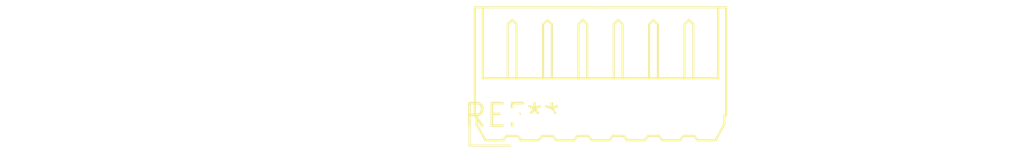
<source format=kicad_pcb>
(kicad_pcb (version 20240108) (generator pcbnew)
  (layers (0 "F.Cu" signal) (31 "B.Cu" signal) (34 "B.Paste" user) (35 "F.Paste" user) (36 "B.SilkS" user "B.Silkscreen") (37 "F.SilkS" user "F.Silkscreen") (38 "B.Mask" user) (39 "F.Mask" user) (44 "Edge.Cuts" user))
  (net 0 "")
  (footprint "Molex_Micro-Latch_53254-0670_1x06_P2.00mm_Horizontal" (layer "F.Cu") (at 0 0)
    (property "Reference" "REF**")
    (property "Value" "Molex_Micro-Latch_53254-0670_1x06_P2.00mm_Horizontal")
    (fp_line (start -2.41 1.71) (end -2.41 -0.59) (layer "F.SilkS") (stroke (width 0.12)))
    (fp_line (start -2.11 -6.11) (end 5 -6.11) (layer "F.SilkS") (stroke (width 0.12)))
    (fp_line (start -2.11 0) (end -2.11 -6.11) (layer "F.SilkS") (stroke (width 0.12)))
    (fp_line (start -2.01 0) (end -2.11 0) (layer "F.SilkS") (stroke (width 0.12)))
    (fp_line (start -2.01 0.5) (end -2.01 0) (layer "F.SilkS") (stroke (width 0.12)))
    (fp_line (start -1.66 -6.11) (end -1.66 -2.1) (layer "F.SilkS") (stroke (width 0.12)))
    (fp_line (start -1.66 -2.1) (end 11.66 -2.1) (layer "F.SilkS") (stroke (width 0.12)))
    (fp_line (start -1.51 1.41) (end -2.01 0.5) (layer "F.SilkS") (stroke (width 0.12)))
    (fp_line (start -0.5 1.41) (end -1.51 1.41) (layer "F.SilkS") (stroke (width 0.12)))
    (fp_line (start -0.3 1.16) (end -0.5 1.41) (layer "F.SilkS") (stroke (width 0.12)))
    (fp_line (start -0.3 1.16) (end 0.3 1.16) (layer "F.SilkS") (stroke (width 0.12)))
    (fp_line (start -0.25 -5.15) (end 0 -5.4) (layer "F.SilkS") (stroke (width 0.12)))
    (fp_line (start -0.25 -2.1) (end -0.25 -5.15) (layer "F.SilkS") (stroke (width 0.12)))
    (fp_line (start -0.11 1.71) (end -2.41 1.71) (layer "F.SilkS") (stroke (width 0.12)))
    (fp_line (start 0 -5.4) (end 0.25 -5.15) (layer "F.SilkS") (stroke (width 0.12)))
    (fp_line (start 0.25 -5.15) (end 0.25 -2.1) (layer "F.SilkS") (stroke (width 0.12)))
    (fp_line (start 0.3 1.16) (end 0.5 1.41) (layer "F.SilkS") (stroke (width 0.12)))
    (fp_line (start 0.5 1.41) (end 1.5 1.41) (layer "F.SilkS") (stroke (width 0.12)))
    (fp_line (start 1.5 1.41) (end 1.7 1.16) (layer "F.SilkS") (stroke (width 0.12)))
    (fp_line (start 1.7 1.16) (end 2.3 1.16) (layer "F.SilkS") (stroke (width 0.12)))
    (fp_line (start 1.75 -5.15) (end 2 -5.4) (layer "F.SilkS") (stroke (width 0.12)))
    (fp_line (start 1.75 -2.1) (end 1.75 -5.15) (layer "F.SilkS") (stroke (width 0.12)))
    (fp_line (start 2 -5.4) (end 2.25 -5.15) (layer "F.SilkS") (stroke (width 0.12)))
    (fp_line (start 2.25 -5.15) (end 2.25 -2.1) (layer "F.SilkS") (stroke (width 0.12)))
    (fp_line (start 2.3 1.16) (end 2.5 1.41) (layer "F.SilkS") (stroke (width 0.12)))
    (fp_line (start 2.5 1.41) (end 3.5 1.41) (layer "F.SilkS") (stroke (width 0.12)))
    (fp_line (start 3.5 1.41) (end 3.7 1.16) (layer "F.SilkS") (stroke (width 0.12)))
    (fp_line (start 3.7 1.16) (end 4.3 1.16) (layer "F.SilkS") (stroke (width 0.12)))
    (fp_line (start 3.75 -5.15) (end 4 -5.4) (layer "F.SilkS") (stroke (width 0.12)))
    (fp_line (start 3.75 -2.1) (end 3.75 -5.15) (layer "F.SilkS") (stroke (width 0.12)))
    (fp_line (start 4 -5.4) (end 4.25 -5.15) (layer "F.SilkS") (stroke (width 0.12)))
    (fp_line (start 4.25 -5.15) (end 4.25 -2.1) (layer "F.SilkS") (stroke (width 0.12)))
    (fp_line (start 4.3 1.16) (end 4.5 1.41) (layer "F.SilkS") (stroke (width 0.12)))
    (fp_line (start 4.5 1.41) (end 5.5 1.41) (layer "F.SilkS") (stroke (width 0.12)))
    (fp_line (start 5.5 1.41) (end 5.7 1.16) (layer "F.SilkS") (stroke (width 0.12)))
    (fp_line (start 5.7 1.16) (end 6.3 1.16) (layer "F.SilkS") (stroke (width 0.12)))
    (fp_line (start 5.75 -5.15) (end 6 -5.4) (layer "F.SilkS") (stroke (width 0.12)))
    (fp_line (start 5.75 -2.1) (end 5.75 -5.15) (layer "F.SilkS") (stroke (width 0.12)))
    (fp_line (start 6 -5.4) (end 6.25 -5.15) (layer "F.SilkS") (stroke (width 0.12)))
    (fp_line (start 6.25 -5.15) (end 6.25 -2.1) (layer "F.SilkS") (stroke (width 0.12)))
    (fp_line (start 6.3 1.16) (end 6.5 1.41) (layer "F.SilkS") (stroke (width 0.12)))
    (fp_line (start 6.5 1.41) (end 7.5 1.41) (layer "F.SilkS") (stroke (width 0.12)))
    (fp_line (start 7.5 1.41) (end 7.7 1.16) (layer "F.SilkS") (stroke (width 0.12)))
    (fp_line (start 7.7 1.16) (end 8.3 1.16) (layer "F.SilkS") (stroke (width 0.12)))
    (fp_line (start 7.75 -5.15) (end 8 -5.4) (layer "F.SilkS") (stroke (width 0.12)))
    (fp_line (start 7.75 -2.1) (end 7.75 -5.15) (layer "F.SilkS") (stroke (width 0.12)))
    (fp_line (start 8 -5.4) (end 8.25 -5.15) (layer "F.SilkS") (stroke (width 0.12)))
    (fp_line (start 8.25 -5.15) (end 8.25 -2.1) (layer "F.SilkS") (stroke (width 0.12)))
    (fp_line (start 8.3 1.16) (end 8.5 1.41) (layer "F.SilkS") (stroke (width 0.12)))
    (fp_line (start 8.5 1.41) (end 9.5 1.41) (layer "F.SilkS") (stroke (width 0.12)))
    (fp_line (start 9.5 1.41) (end 9.7 1.16) (layer "F.SilkS") (stroke (width 0.12)))
    (fp_line (start 9.7 1.16) (end 10.3 1.16) (layer "F.SilkS") (stroke (width 0.12)))
    (fp_line (start 9.75 -5.15) (end 10 -5.4) (layer "F.SilkS") (stroke (width 0.12)))
    (fp_line (start 9.75 -2.1) (end 9.75 -5.15) (layer "F.SilkS") (stroke (width 0.12)))
    (fp_line (start 10 -5.4) (end 10.25 -5.15) (layer "F.SilkS") (stroke (width 0.12)))
    (fp_line (start 10.25 -5.15) (end 10.25 -2.1) (layer "F.SilkS") (stroke (width 0.12)))
    (fp_line (start 10.3 1.16) (end 10.5 1.41) (layer "F.SilkS") (stroke (width 0.12)))
    (fp_line (start 10.5 1.41) (end 11.51 1.41) (layer "F.SilkS") (stroke (width 0.12)))
    (fp_line (start 11.51 1.41) (end 12.01 0.5) (layer "F.SilkS") (stroke (width 0.12)))
    (fp_line (start 11.66 -2.1) (end 11.66 -6.11) (layer "F.SilkS") (stroke (width 0.12)))
    (fp_line (start 12.01 0) (end 12.11 0) (layer "F.SilkS") (stroke (width 0.12)))
    (fp_line (start 12.01 0.5) (end 12.01 0) (layer "F.SilkS") (stroke (width 0.12)))
    (fp_line (start 12.11 -6.11) (end 5 -6.11) (layer "F.SilkS") (stroke (width 0.12)))
    (fp_line (start 12.11 0) (end 12.11 -6.11) (layer "F.SilkS") (stroke (width 0.12)))
    (pad "1" thru_hole roundrect (at 0 0) (size 1.2 1.8) (drill 0.8) (layers *.Cu *.Mask) (remove_unused_layers) (roundrect_rratio 0.208333))
    (pad "2" thru_hole oval (at 2 0) (size 1.2 1.8) (drill 0.8) (layers *.Cu *.Mask) (remove_unused_layers))
    (pad "3" thru_hole oval (at 4 0) (size 1.2 1.8) (drill 0.8) (layers *.Cu *.Mask) (remove_unused_layers))
    (pad "4" thru_hole oval (at 6 0) (size 1.2 1.8) (drill 0.8) (layers *.Cu *.Mask) (remove_unused_layers))
    (pad "5" thru_hole oval (at 8 0) (size 1.2 1.8) (drill 0.8) (layers *.Cu *.Mask) (remove_unused_layers))
    (pad "6" thru_hole oval (at 10 0) (size 1.2 1.8) (drill 0.8) (layers *.Cu *.Mask) (remove_unused_layers))
  )
)
</source>
